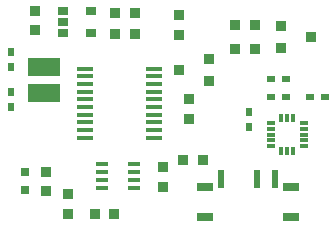
<source format=gtp>
G04*
G04 #@! TF.GenerationSoftware,Altium Limited,Altium Designer,20.0.2 (26)*
G04*
G04 Layer_Color=8421504*
%FSLAX25Y25*%
%MOIN*%
G70*
G01*
G75*
%ADD18R,0.02362X0.05906*%
%ADD19R,0.05512X0.03150*%
%ADD20R,0.03500X0.03500*%
%ADD21R,0.03500X0.03500*%
%ADD22R,0.03937X0.01772*%
%ADD23R,0.03543X0.02559*%
%ADD24R,0.05800X0.01400*%
%ADD25R,0.03740X0.03543*%
%ADD26R,0.03740X0.03543*%
%ADD27R,0.02000X0.02500*%
%ADD28R,0.02500X0.02000*%
%ADD29R,0.01181X0.03150*%
%ADD30R,0.03150X0.01181*%
%ADD31R,0.10630X0.05906*%
%ADD32R,0.03150X0.03150*%
D18*
X97390Y15858D02*
D03*
X91484Y15858D02*
D03*
X79673Y15858D02*
D03*
D19*
X102902Y12921D02*
D03*
Y3079D02*
D03*
X74161D02*
D03*
Y12921D02*
D03*
D20*
X73400Y22000D02*
D03*
X66900D02*
D03*
X84281Y59000D02*
D03*
X90781D02*
D03*
X50782Y71000D02*
D03*
X44282D02*
D03*
Y64000D02*
D03*
X50782D02*
D03*
X90781Y67000D02*
D03*
X84281D02*
D03*
X43982Y3900D02*
D03*
X37481D02*
D03*
D21*
X28431Y10650D02*
D03*
Y4150D02*
D03*
X68831Y42250D02*
D03*
Y35750D02*
D03*
X60232Y19650D02*
D03*
Y13150D02*
D03*
X17631Y71750D02*
D03*
Y65250D02*
D03*
X21132Y18150D02*
D03*
Y11650D02*
D03*
X65531Y70250D02*
D03*
Y63750D02*
D03*
D22*
X39718Y12861D02*
D03*
Y15420D02*
D03*
Y17979D02*
D03*
Y20539D02*
D03*
X50545D02*
D03*
Y17979D02*
D03*
Y15420D02*
D03*
Y12861D02*
D03*
D23*
X26807Y71740D02*
D03*
Y68000D02*
D03*
Y64260D02*
D03*
X36256D02*
D03*
Y71740D02*
D03*
D24*
X57032Y52516D02*
D03*
Y49957D02*
D03*
Y47398D02*
D03*
Y44839D02*
D03*
Y42279D02*
D03*
Y39720D02*
D03*
Y37161D02*
D03*
Y34602D02*
D03*
Y32043D02*
D03*
Y29484D02*
D03*
X34032Y29484D02*
D03*
Y32043D02*
D03*
Y34602D02*
D03*
Y37161D02*
D03*
Y39720D02*
D03*
Y42279D02*
D03*
Y44839D02*
D03*
Y47398D02*
D03*
Y49957D02*
D03*
Y52516D02*
D03*
D25*
X65610Y52000D02*
D03*
X75453Y48260D02*
D03*
X109453Y63000D02*
D03*
X99610Y66740D02*
D03*
D26*
X75453Y55740D02*
D03*
X99610Y59260D02*
D03*
D27*
X88832Y33100D02*
D03*
Y38100D02*
D03*
X9532Y53100D02*
D03*
Y58100D02*
D03*
Y44600D02*
D03*
Y39600D02*
D03*
D28*
X109031Y43000D02*
D03*
X114032D02*
D03*
X96031Y49000D02*
D03*
X101031D02*
D03*
Y43000D02*
D03*
X96031D02*
D03*
D29*
X99594Y36024D02*
D03*
X101563D02*
D03*
X103532D02*
D03*
Y25000D02*
D03*
X101563D02*
D03*
X99594D02*
D03*
D30*
X107075Y34449D02*
D03*
Y32480D02*
D03*
Y30512D02*
D03*
Y28543D02*
D03*
Y26575D02*
D03*
X96051D02*
D03*
Y28543D02*
D03*
Y30512D02*
D03*
Y32480D02*
D03*
Y34449D02*
D03*
D31*
X20531Y44369D02*
D03*
Y53031D02*
D03*
D32*
X14332Y12000D02*
D03*
Y17906D02*
D03*
M02*

</source>
